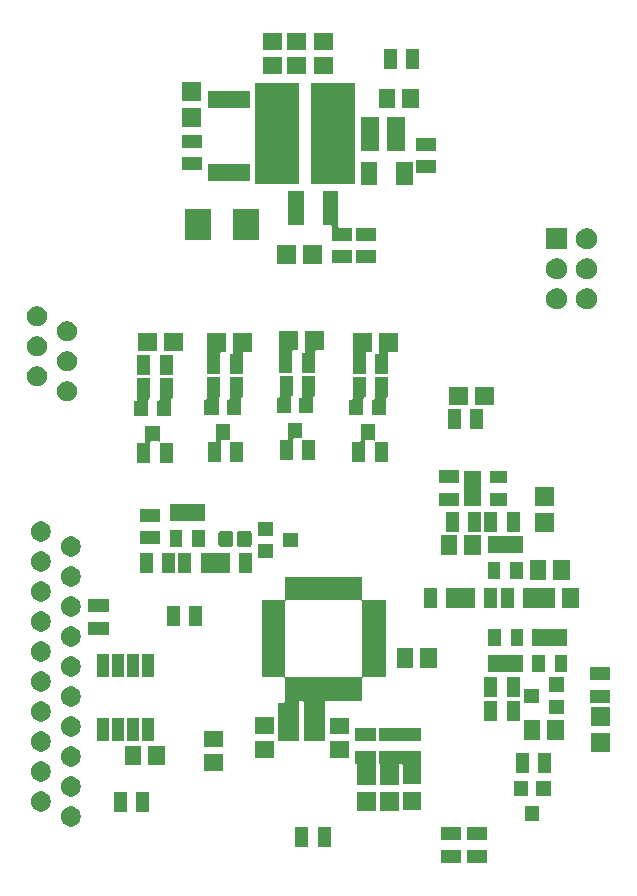
<source format=gts>
G04 #@! TF.GenerationSoftware,KiCad,Pcbnew,5.0.2-bee76a0~70~ubuntu18.04.1*
G04 #@! TF.CreationDate,2019-02-13T21:41:43-05:00*
G04 #@! TF.ProjectId,Brakelight_Shutdown_BSPD,4272616b-656c-4696-9768-745f53687574,rev?*
G04 #@! TF.SameCoordinates,Original*
G04 #@! TF.FileFunction,Soldermask,Top*
G04 #@! TF.FilePolarity,Negative*
%FSLAX46Y46*%
G04 Gerber Fmt 4.6, Leading zero omitted, Abs format (unit mm)*
G04 Created by KiCad (PCBNEW 5.0.2-bee76a0~70~ubuntu18.04.1) date Wed 13 Feb 2019 09:41:43 PM EST*
%MOMM*%
%LPD*%
G01*
G04 APERTURE LIST*
%ADD10C,2.000000*%
G04 APERTURE END LIST*
D10*
G36*
X201052800Y-101550600D02*
X199352800Y-101550600D01*
X199352800Y-100450600D01*
X201052800Y-100450600D01*
X201052800Y-101550600D01*
X201052800Y-101550600D01*
G37*
G36*
X203237200Y-101535400D02*
X201537200Y-101535400D01*
X201537200Y-100435400D01*
X203237200Y-100435400D01*
X203237200Y-101535400D01*
X203237200Y-101535400D01*
G37*
G36*
X188103600Y-100214800D02*
X187003600Y-100214800D01*
X187003600Y-98514800D01*
X188103600Y-98514800D01*
X188103600Y-100214800D01*
X188103600Y-100214800D01*
G37*
G36*
X190003600Y-100214800D02*
X188903600Y-100214800D01*
X188903600Y-98514800D01*
X190003600Y-98514800D01*
X190003600Y-100214800D01*
X190003600Y-100214800D01*
G37*
G36*
X201052800Y-99650600D02*
X199352800Y-99650600D01*
X199352800Y-98550600D01*
X201052800Y-98550600D01*
X201052800Y-99650600D01*
X201052800Y-99650600D01*
G37*
G36*
X203237200Y-99635400D02*
X201537200Y-99635400D01*
X201537200Y-98535400D01*
X203237200Y-98535400D01*
X203237200Y-99635400D01*
X203237200Y-99635400D01*
G37*
G36*
X168256234Y-96807564D02*
X168410927Y-96871640D01*
X168550147Y-96964664D01*
X168668536Y-97083053D01*
X168761560Y-97222273D01*
X168825636Y-97376966D01*
X168858300Y-97541181D01*
X168858300Y-97708619D01*
X168825636Y-97872834D01*
X168761560Y-98027527D01*
X168668536Y-98166747D01*
X168550147Y-98285136D01*
X168410927Y-98378160D01*
X168256234Y-98442236D01*
X168092019Y-98474900D01*
X167924581Y-98474900D01*
X167760366Y-98442236D01*
X167605673Y-98378160D01*
X167466453Y-98285136D01*
X167348064Y-98166747D01*
X167255040Y-98027527D01*
X167190964Y-97872834D01*
X167158300Y-97708619D01*
X167158300Y-97541181D01*
X167190964Y-97376966D01*
X167255040Y-97222273D01*
X167348064Y-97083053D01*
X167466453Y-96964664D01*
X167605673Y-96871640D01*
X167760366Y-96807564D01*
X167924581Y-96774900D01*
X168092019Y-96774900D01*
X168256234Y-96807564D01*
X168256234Y-96807564D01*
G37*
G36*
X207676000Y-98000000D02*
X206476000Y-98000000D01*
X206476000Y-96700000D01*
X207676000Y-96700000D01*
X207676000Y-98000000D01*
X207676000Y-98000000D01*
G37*
G36*
X174641600Y-97243000D02*
X173541600Y-97243000D01*
X173541600Y-95543000D01*
X174641600Y-95543000D01*
X174641600Y-97243000D01*
X174641600Y-97243000D01*
G37*
G36*
X172741600Y-97243000D02*
X171641600Y-97243000D01*
X171641600Y-95543000D01*
X172741600Y-95543000D01*
X172741600Y-97243000D01*
X172741600Y-97243000D01*
G37*
G36*
X165716234Y-95537564D02*
X165870927Y-95601640D01*
X166010147Y-95694664D01*
X166128536Y-95813053D01*
X166221560Y-95952273D01*
X166285636Y-96106966D01*
X166318300Y-96271181D01*
X166318300Y-96438619D01*
X166285636Y-96602834D01*
X166221560Y-96757527D01*
X166128536Y-96896747D01*
X166010147Y-97015136D01*
X165870927Y-97108160D01*
X165716234Y-97172236D01*
X165552019Y-97204900D01*
X165384581Y-97204900D01*
X165220366Y-97172236D01*
X165065673Y-97108160D01*
X164926453Y-97015136D01*
X164808064Y-96896747D01*
X164715040Y-96757527D01*
X164650964Y-96602834D01*
X164618300Y-96438619D01*
X164618300Y-96271181D01*
X164650964Y-96106966D01*
X164715040Y-95952273D01*
X164808064Y-95813053D01*
X164926453Y-95694664D01*
X165065673Y-95601640D01*
X165220366Y-95537564D01*
X165384581Y-95504900D01*
X165552019Y-95504900D01*
X165716234Y-95537564D01*
X165716234Y-95537564D01*
G37*
G36*
X193827300Y-97132400D02*
X192227300Y-97132400D01*
X192227300Y-95532400D01*
X193827300Y-95532400D01*
X193827300Y-97132400D01*
X193827300Y-97132400D01*
G37*
G36*
X195795800Y-97132400D02*
X194195800Y-97132400D01*
X194195800Y-95532400D01*
X195795800Y-95532400D01*
X195795800Y-97132400D01*
X195795800Y-97132400D01*
G37*
G36*
X197700800Y-97111900D02*
X196100800Y-97111900D01*
X196100800Y-95511900D01*
X197700800Y-95511900D01*
X197700800Y-97111900D01*
X197700800Y-97111900D01*
G37*
G36*
X168256234Y-94267564D02*
X168410927Y-94331640D01*
X168550147Y-94424664D01*
X168668536Y-94543053D01*
X168761560Y-94682273D01*
X168825636Y-94836966D01*
X168858300Y-95001181D01*
X168858300Y-95168619D01*
X168825636Y-95332834D01*
X168761560Y-95487527D01*
X168668536Y-95626747D01*
X168550147Y-95745136D01*
X168410927Y-95838160D01*
X168256234Y-95902236D01*
X168092019Y-95934900D01*
X167924581Y-95934900D01*
X167760366Y-95902236D01*
X167605673Y-95838160D01*
X167466453Y-95745136D01*
X167348064Y-95626747D01*
X167255040Y-95487527D01*
X167190964Y-95332834D01*
X167158300Y-95168619D01*
X167158300Y-95001181D01*
X167190964Y-94836966D01*
X167255040Y-94682273D01*
X167348064Y-94543053D01*
X167466453Y-94424664D01*
X167605673Y-94331640D01*
X167760366Y-94267564D01*
X167924581Y-94234900D01*
X168092019Y-94234900D01*
X168256234Y-94267564D01*
X168256234Y-94267564D01*
G37*
G36*
X206726000Y-95900000D02*
X205526000Y-95900000D01*
X205526000Y-94600000D01*
X206726000Y-94600000D01*
X206726000Y-95900000D01*
X206726000Y-95900000D01*
G37*
G36*
X208626000Y-95900000D02*
X207426000Y-95900000D01*
X207426000Y-94600000D01*
X208626000Y-94600000D01*
X208626000Y-95900000D01*
X208626000Y-95900000D01*
G37*
G36*
X197687300Y-93186900D02*
X197689702Y-93211286D01*
X197696815Y-93234735D01*
X197700800Y-93242191D01*
X197700800Y-94911900D01*
X196100800Y-94911900D01*
X196100800Y-93280900D01*
X196098398Y-93256514D01*
X196091285Y-93233065D01*
X196079734Y-93211454D01*
X196064188Y-93192512D01*
X196045246Y-93176966D01*
X196023635Y-93165415D01*
X196000186Y-93158302D01*
X195975800Y-93155900D01*
X195920800Y-93155900D01*
X195896414Y-93158302D01*
X195872965Y-93165415D01*
X195851354Y-93176966D01*
X195832412Y-93192512D01*
X195816866Y-93211454D01*
X195805315Y-93233065D01*
X195798202Y-93256514D01*
X195795800Y-93280900D01*
X195795800Y-94932400D01*
X194195800Y-94932400D01*
X194195800Y-93283400D01*
X194193398Y-93259014D01*
X194186285Y-93235565D01*
X194174734Y-93213954D01*
X194159188Y-93195012D01*
X194140246Y-93179466D01*
X194118635Y-93167915D01*
X194095186Y-93160802D01*
X194082300Y-93159533D01*
X194082300Y-92058400D01*
X195862300Y-92058400D01*
X195886686Y-92055998D01*
X195887009Y-92055900D01*
X197687300Y-92055900D01*
X197687300Y-93186900D01*
X197687300Y-93186900D01*
G37*
G36*
X193813800Y-93207400D02*
X193816202Y-93231786D01*
X193823315Y-93255235D01*
X193827300Y-93262691D01*
X193827300Y-94932400D01*
X192227300Y-94932400D01*
X192227300Y-93283400D01*
X192224898Y-93259014D01*
X192217785Y-93235565D01*
X192206234Y-93213954D01*
X192190688Y-93195012D01*
X192171746Y-93179466D01*
X192150135Y-93167915D01*
X192126686Y-93160802D01*
X192113800Y-93159533D01*
X192113800Y-92058400D01*
X193813800Y-92058400D01*
X193813800Y-93207400D01*
X193813800Y-93207400D01*
G37*
G36*
X165716234Y-92997564D02*
X165870927Y-93061640D01*
X166010147Y-93154664D01*
X166128536Y-93273053D01*
X166221560Y-93412273D01*
X166285636Y-93566966D01*
X166318300Y-93731181D01*
X166318300Y-93898619D01*
X166285636Y-94062834D01*
X166221560Y-94217527D01*
X166128536Y-94356747D01*
X166010147Y-94475136D01*
X165870927Y-94568160D01*
X165716234Y-94632236D01*
X165552019Y-94664900D01*
X165384581Y-94664900D01*
X165220366Y-94632236D01*
X165065673Y-94568160D01*
X164926453Y-94475136D01*
X164808064Y-94356747D01*
X164715040Y-94217527D01*
X164650964Y-94062834D01*
X164618300Y-93898619D01*
X164618300Y-93731181D01*
X164650964Y-93566966D01*
X164715040Y-93412273D01*
X164808064Y-93273053D01*
X164926453Y-93154664D01*
X165065673Y-93061640D01*
X165220366Y-92997564D01*
X165384581Y-92964900D01*
X165552019Y-92964900D01*
X165716234Y-92997564D01*
X165716234Y-92997564D01*
G37*
G36*
X206798000Y-93915600D02*
X205698000Y-93915600D01*
X205698000Y-92215600D01*
X206798000Y-92215600D01*
X206798000Y-93915600D01*
X206798000Y-93915600D01*
G37*
G36*
X208698000Y-93915600D02*
X207598000Y-93915600D01*
X207598000Y-92215600D01*
X208698000Y-92215600D01*
X208698000Y-93915600D01*
X208698000Y-93915600D01*
G37*
G36*
X180911000Y-93765600D02*
X179261000Y-93765600D01*
X179261000Y-92365600D01*
X180911000Y-92365600D01*
X180911000Y-93765600D01*
X180911000Y-93765600D01*
G37*
G36*
X168256234Y-91727564D02*
X168410927Y-91791640D01*
X168550147Y-91884664D01*
X168668536Y-92003053D01*
X168761560Y-92142273D01*
X168825636Y-92296966D01*
X168858300Y-92461181D01*
X168858300Y-92628619D01*
X168825636Y-92792834D01*
X168761560Y-92947527D01*
X168668536Y-93086747D01*
X168550147Y-93205136D01*
X168410927Y-93298160D01*
X168256234Y-93362236D01*
X168092019Y-93394900D01*
X167924581Y-93394900D01*
X167760366Y-93362236D01*
X167605673Y-93298160D01*
X167466453Y-93205136D01*
X167348064Y-93086747D01*
X167255040Y-92947527D01*
X167190964Y-92792834D01*
X167158300Y-92628619D01*
X167158300Y-92461181D01*
X167190964Y-92296966D01*
X167255040Y-92142273D01*
X167348064Y-92003053D01*
X167466453Y-91884664D01*
X167605673Y-91791640D01*
X167760366Y-91727564D01*
X167924581Y-91694900D01*
X168092019Y-91694900D01*
X168256234Y-91727564D01*
X168256234Y-91727564D01*
G37*
G36*
X173978800Y-93281000D02*
X172578800Y-93281000D01*
X172578800Y-91631000D01*
X173978800Y-91631000D01*
X173978800Y-93281000D01*
X173978800Y-93281000D01*
G37*
G36*
X175978800Y-93281000D02*
X174578800Y-93281000D01*
X174578800Y-91631000D01*
X175978800Y-91631000D01*
X175978800Y-93281000D01*
X175978800Y-93281000D01*
G37*
G36*
X191566300Y-92673400D02*
X189916300Y-92673400D01*
X189916300Y-91273400D01*
X191566300Y-91273400D01*
X191566300Y-92673400D01*
X191566300Y-92673400D01*
G37*
G36*
X185216300Y-92641400D02*
X183566300Y-92641400D01*
X183566300Y-91241400D01*
X185216300Y-91241400D01*
X185216300Y-92641400D01*
X185216300Y-92641400D01*
G37*
G36*
X213626600Y-92146200D02*
X212026600Y-92146200D01*
X212026600Y-90546200D01*
X213626600Y-90546200D01*
X213626600Y-92146200D01*
X213626600Y-92146200D01*
G37*
G36*
X165716234Y-90457564D02*
X165870927Y-90521640D01*
X166010147Y-90614664D01*
X166128536Y-90733053D01*
X166221560Y-90872273D01*
X166285636Y-91026966D01*
X166318300Y-91191181D01*
X166318300Y-91358619D01*
X166285636Y-91522834D01*
X166221560Y-91677527D01*
X166128536Y-91816747D01*
X166010147Y-91935136D01*
X165870927Y-92028160D01*
X165716234Y-92092236D01*
X165552019Y-92124900D01*
X165384581Y-92124900D01*
X165220366Y-92092236D01*
X165065673Y-92028160D01*
X164926453Y-91935136D01*
X164808064Y-91816747D01*
X164715040Y-91677527D01*
X164650964Y-91522834D01*
X164618300Y-91358619D01*
X164618300Y-91191181D01*
X164650964Y-91026966D01*
X164715040Y-90872273D01*
X164808064Y-90733053D01*
X164926453Y-90614664D01*
X165065673Y-90521640D01*
X165220366Y-90457564D01*
X165384581Y-90424900D01*
X165552019Y-90424900D01*
X165716234Y-90457564D01*
X165716234Y-90457564D01*
G37*
G36*
X180911000Y-91765600D02*
X179261000Y-91765600D01*
X179261000Y-90365600D01*
X180911000Y-90365600D01*
X180911000Y-91765600D01*
X180911000Y-91765600D01*
G37*
G36*
X193813800Y-91258400D02*
X192113800Y-91258400D01*
X192113800Y-90158400D01*
X193813800Y-90158400D01*
X193813800Y-91258400D01*
X193813800Y-91258400D01*
G37*
G36*
X197687300Y-91255900D02*
X195907300Y-91255900D01*
X195882914Y-91258302D01*
X195882591Y-91258400D01*
X194082300Y-91258400D01*
X194082300Y-90158400D01*
X195862300Y-90158400D01*
X195886686Y-90155998D01*
X195887009Y-90155900D01*
X197687300Y-90155900D01*
X197687300Y-91255900D01*
X197687300Y-91255900D01*
G37*
G36*
X173778800Y-91203400D02*
X172778800Y-91203400D01*
X172778800Y-89253400D01*
X173778800Y-89253400D01*
X173778800Y-91203400D01*
X173778800Y-91203400D01*
G37*
G36*
X171238800Y-91203400D02*
X170238800Y-91203400D01*
X170238800Y-89253400D01*
X171238800Y-89253400D01*
X171238800Y-91203400D01*
X171238800Y-91203400D01*
G37*
G36*
X172508800Y-91203400D02*
X171508800Y-91203400D01*
X171508800Y-89253400D01*
X172508800Y-89253400D01*
X172508800Y-91203400D01*
X172508800Y-91203400D01*
G37*
G36*
X175048800Y-91203400D02*
X174048800Y-91203400D01*
X174048800Y-89253400D01*
X175048800Y-89253400D01*
X175048800Y-91203400D01*
X175048800Y-91203400D01*
G37*
G36*
X192682800Y-79175400D02*
X192685202Y-79199786D01*
X192692315Y-79223235D01*
X192703866Y-79244846D01*
X192719412Y-79263788D01*
X192738354Y-79279334D01*
X192759965Y-79290885D01*
X192783414Y-79297998D01*
X192807800Y-79300400D01*
X194657800Y-79300400D01*
X194657800Y-85850400D01*
X192807800Y-85850400D01*
X192783414Y-85852802D01*
X192759965Y-85859915D01*
X192738354Y-85871466D01*
X192719412Y-85887012D01*
X192703866Y-85905954D01*
X192692315Y-85927565D01*
X192685202Y-85951014D01*
X192682800Y-85975400D01*
X192682800Y-87825400D01*
X189648300Y-87825400D01*
X189623914Y-87827802D01*
X189600465Y-87834915D01*
X189578854Y-87846466D01*
X189559912Y-87862012D01*
X189544366Y-87880954D01*
X189532815Y-87902565D01*
X189525702Y-87926014D01*
X189523300Y-87950400D01*
X189523300Y-91198400D01*
X187723300Y-91198400D01*
X187723300Y-87950400D01*
X187720898Y-87926014D01*
X187713785Y-87902565D01*
X187702234Y-87880954D01*
X187686688Y-87862012D01*
X187667746Y-87846466D01*
X187646135Y-87834915D01*
X187622686Y-87827802D01*
X187598300Y-87825400D01*
X187448300Y-87825400D01*
X187423914Y-87827802D01*
X187400465Y-87834915D01*
X187378854Y-87846466D01*
X187359912Y-87862012D01*
X187344366Y-87880954D01*
X187332815Y-87902565D01*
X187325702Y-87926014D01*
X187323300Y-87950400D01*
X187323300Y-91198400D01*
X185523300Y-91198400D01*
X185523300Y-87998400D01*
X186007800Y-87998400D01*
X186032186Y-87995998D01*
X186055635Y-87988885D01*
X186077246Y-87977334D01*
X186096188Y-87961788D01*
X186111734Y-87942846D01*
X186123285Y-87921235D01*
X186130398Y-87897786D01*
X186132800Y-87873400D01*
X186132800Y-85975400D01*
X186130398Y-85951014D01*
X186123285Y-85927565D01*
X186111734Y-85905954D01*
X186096188Y-85887012D01*
X186077246Y-85871466D01*
X186055635Y-85859915D01*
X186032186Y-85852802D01*
X186007800Y-85850400D01*
X184157800Y-85850400D01*
X184157800Y-79450400D01*
X186157800Y-79450400D01*
X186157800Y-85700400D01*
X186160202Y-85724786D01*
X186167315Y-85748235D01*
X186178866Y-85769846D01*
X186194412Y-85788788D01*
X186213354Y-85804334D01*
X186234965Y-85815885D01*
X186258414Y-85822998D01*
X186282800Y-85825400D01*
X192532800Y-85825400D01*
X192557186Y-85822998D01*
X192580635Y-85815885D01*
X192602246Y-85804334D01*
X192621188Y-85788788D01*
X192636734Y-85769846D01*
X192648285Y-85748235D01*
X192655398Y-85724786D01*
X192657800Y-85700400D01*
X192657800Y-79450400D01*
X192655398Y-79426014D01*
X192648285Y-79402565D01*
X192636734Y-79380954D01*
X192621188Y-79362012D01*
X192602246Y-79346466D01*
X192580635Y-79334915D01*
X192557186Y-79327802D01*
X192532800Y-79325400D01*
X186282800Y-79325400D01*
X186258414Y-79327802D01*
X186234965Y-79334915D01*
X186213354Y-79346466D01*
X186194412Y-79362012D01*
X186178866Y-79380954D01*
X186167315Y-79402565D01*
X186160202Y-79426014D01*
X186157800Y-79450400D01*
X184157800Y-79450400D01*
X184157800Y-79300400D01*
X186007800Y-79300400D01*
X186032186Y-79297998D01*
X186055635Y-79290885D01*
X186077246Y-79279334D01*
X186096188Y-79263788D01*
X186111734Y-79244846D01*
X186123285Y-79223235D01*
X186130398Y-79199786D01*
X186132800Y-79175400D01*
X186132800Y-77325400D01*
X192682800Y-77325400D01*
X192682800Y-79175400D01*
X192682800Y-79175400D01*
G37*
G36*
X209760800Y-91147400D02*
X208360800Y-91147400D01*
X208360800Y-89497400D01*
X209760800Y-89497400D01*
X209760800Y-91147400D01*
X209760800Y-91147400D01*
G37*
G36*
X207760800Y-91147400D02*
X206360800Y-91147400D01*
X206360800Y-89497400D01*
X207760800Y-89497400D01*
X207760800Y-91147400D01*
X207760800Y-91147400D01*
G37*
G36*
X168256234Y-89187564D02*
X168410927Y-89251640D01*
X168550147Y-89344664D01*
X168668536Y-89463053D01*
X168761560Y-89602273D01*
X168825636Y-89756966D01*
X168858300Y-89921181D01*
X168858300Y-90088619D01*
X168825636Y-90252834D01*
X168761560Y-90407527D01*
X168668536Y-90546747D01*
X168550147Y-90665136D01*
X168410927Y-90758160D01*
X168256234Y-90822236D01*
X168092019Y-90854900D01*
X167924581Y-90854900D01*
X167760366Y-90822236D01*
X167605673Y-90758160D01*
X167466453Y-90665136D01*
X167348064Y-90546747D01*
X167255040Y-90407527D01*
X167190964Y-90252834D01*
X167158300Y-90088619D01*
X167158300Y-89921181D01*
X167190964Y-89756966D01*
X167255040Y-89602273D01*
X167348064Y-89463053D01*
X167466453Y-89344664D01*
X167605673Y-89251640D01*
X167760366Y-89187564D01*
X167924581Y-89154900D01*
X168092019Y-89154900D01*
X168256234Y-89187564D01*
X168256234Y-89187564D01*
G37*
G36*
X191566300Y-90673400D02*
X189916300Y-90673400D01*
X189916300Y-89273400D01*
X191566300Y-89273400D01*
X191566300Y-90673400D01*
X191566300Y-90673400D01*
G37*
G36*
X185216300Y-90641400D02*
X183566300Y-90641400D01*
X183566300Y-89241400D01*
X185216300Y-89241400D01*
X185216300Y-90641400D01*
X185216300Y-90641400D01*
G37*
G36*
X213626600Y-89946200D02*
X212026600Y-89946200D01*
X212026600Y-88346200D01*
X213626600Y-88346200D01*
X213626600Y-89946200D01*
X213626600Y-89946200D01*
G37*
G36*
X165716234Y-87917564D02*
X165870927Y-87981640D01*
X166010147Y-88074664D01*
X166128536Y-88193053D01*
X166221560Y-88332273D01*
X166285636Y-88486966D01*
X166318300Y-88651181D01*
X166318300Y-88818619D01*
X166285636Y-88982834D01*
X166221560Y-89137527D01*
X166128536Y-89276747D01*
X166010147Y-89395136D01*
X165870927Y-89488160D01*
X165716234Y-89552236D01*
X165552019Y-89584900D01*
X165384581Y-89584900D01*
X165220366Y-89552236D01*
X165065673Y-89488160D01*
X164926453Y-89395136D01*
X164808064Y-89276747D01*
X164715040Y-89137527D01*
X164650964Y-88982834D01*
X164618300Y-88818619D01*
X164618300Y-88651181D01*
X164650964Y-88486966D01*
X164715040Y-88332273D01*
X164808064Y-88193053D01*
X164926453Y-88074664D01*
X165065673Y-87981640D01*
X165220366Y-87917564D01*
X165384581Y-87884900D01*
X165552019Y-87884900D01*
X165716234Y-87917564D01*
X165716234Y-87917564D01*
G37*
G36*
X206010600Y-89521400D02*
X204910600Y-89521400D01*
X204910600Y-87821400D01*
X206010600Y-87821400D01*
X206010600Y-89521400D01*
X206010600Y-89521400D01*
G37*
G36*
X204110600Y-89521400D02*
X203010600Y-89521400D01*
X203010600Y-87821400D01*
X204110600Y-87821400D01*
X204110600Y-89521400D01*
X204110600Y-89521400D01*
G37*
G36*
X209785400Y-88951400D02*
X208485400Y-88951400D01*
X208485400Y-87751400D01*
X209785400Y-87751400D01*
X209785400Y-88951400D01*
X209785400Y-88951400D01*
G37*
G36*
X168256234Y-86647564D02*
X168410927Y-86711640D01*
X168550147Y-86804664D01*
X168668536Y-86923053D01*
X168761560Y-87062273D01*
X168825636Y-87216966D01*
X168858300Y-87381181D01*
X168858300Y-87548619D01*
X168825636Y-87712834D01*
X168761560Y-87867527D01*
X168668536Y-88006747D01*
X168550147Y-88125136D01*
X168410927Y-88218160D01*
X168256234Y-88282236D01*
X168092019Y-88314900D01*
X167924581Y-88314900D01*
X167760366Y-88282236D01*
X167605673Y-88218160D01*
X167466453Y-88125136D01*
X167348064Y-88006747D01*
X167255040Y-87867527D01*
X167190964Y-87712834D01*
X167158300Y-87548619D01*
X167158300Y-87381181D01*
X167190964Y-87216966D01*
X167255040Y-87062273D01*
X167348064Y-86923053D01*
X167466453Y-86804664D01*
X167605673Y-86711640D01*
X167760366Y-86647564D01*
X167924581Y-86614900D01*
X168092019Y-86614900D01*
X168256234Y-86647564D01*
X168256234Y-86647564D01*
G37*
G36*
X207685400Y-88001400D02*
X206385400Y-88001400D01*
X206385400Y-86801400D01*
X207685400Y-86801400D01*
X207685400Y-88001400D01*
X207685400Y-88001400D01*
G37*
G36*
X213651200Y-87976800D02*
X211951200Y-87976800D01*
X211951200Y-86876800D01*
X213651200Y-86876800D01*
X213651200Y-87976800D01*
X213651200Y-87976800D01*
G37*
G36*
X204110600Y-87514800D02*
X203010600Y-87514800D01*
X203010600Y-85814800D01*
X204110600Y-85814800D01*
X204110600Y-87514800D01*
X204110600Y-87514800D01*
G37*
G36*
X206010600Y-87514800D02*
X204910600Y-87514800D01*
X204910600Y-85814800D01*
X206010600Y-85814800D01*
X206010600Y-87514800D01*
X206010600Y-87514800D01*
G37*
G36*
X209785400Y-87051400D02*
X208485400Y-87051400D01*
X208485400Y-85851400D01*
X209785400Y-85851400D01*
X209785400Y-87051400D01*
X209785400Y-87051400D01*
G37*
G36*
X165716234Y-85377564D02*
X165870927Y-85441640D01*
X166010147Y-85534664D01*
X166128536Y-85653053D01*
X166221560Y-85792273D01*
X166285636Y-85946966D01*
X166318300Y-86111181D01*
X166318300Y-86278619D01*
X166285636Y-86442834D01*
X166221560Y-86597527D01*
X166128536Y-86736747D01*
X166010147Y-86855136D01*
X165870927Y-86948160D01*
X165716234Y-87012236D01*
X165552019Y-87044900D01*
X165384581Y-87044900D01*
X165220366Y-87012236D01*
X165065673Y-86948160D01*
X164926453Y-86855136D01*
X164808064Y-86736747D01*
X164715040Y-86597527D01*
X164650964Y-86442834D01*
X164618300Y-86278619D01*
X164618300Y-86111181D01*
X164650964Y-85946966D01*
X164715040Y-85792273D01*
X164808064Y-85653053D01*
X164926453Y-85534664D01*
X165065673Y-85441640D01*
X165220366Y-85377564D01*
X165384581Y-85344900D01*
X165552019Y-85344900D01*
X165716234Y-85377564D01*
X165716234Y-85377564D01*
G37*
G36*
X213651200Y-86076800D02*
X211951200Y-86076800D01*
X211951200Y-84976800D01*
X213651200Y-84976800D01*
X213651200Y-86076800D01*
X213651200Y-86076800D01*
G37*
G36*
X175048800Y-85803400D02*
X174048800Y-85803400D01*
X174048800Y-83853400D01*
X175048800Y-83853400D01*
X175048800Y-85803400D01*
X175048800Y-85803400D01*
G37*
G36*
X173778800Y-85803400D02*
X172778800Y-85803400D01*
X172778800Y-83853400D01*
X173778800Y-83853400D01*
X173778800Y-85803400D01*
X173778800Y-85803400D01*
G37*
G36*
X171238800Y-85803400D02*
X170238800Y-85803400D01*
X170238800Y-83853400D01*
X171238800Y-83853400D01*
X171238800Y-85803400D01*
X171238800Y-85803400D01*
G37*
G36*
X172508800Y-85803400D02*
X171508800Y-85803400D01*
X171508800Y-83853400D01*
X172508800Y-83853400D01*
X172508800Y-85803400D01*
X172508800Y-85803400D01*
G37*
G36*
X168256234Y-84107564D02*
X168410927Y-84171640D01*
X168550147Y-84264664D01*
X168668536Y-84383053D01*
X168761560Y-84522273D01*
X168825636Y-84676966D01*
X168858300Y-84841181D01*
X168858300Y-85008619D01*
X168825636Y-85172834D01*
X168761560Y-85327527D01*
X168668536Y-85466747D01*
X168550147Y-85585136D01*
X168410927Y-85678160D01*
X168256234Y-85742236D01*
X168092019Y-85774900D01*
X167924581Y-85774900D01*
X167760366Y-85742236D01*
X167605673Y-85678160D01*
X167466453Y-85585136D01*
X167348064Y-85466747D01*
X167255040Y-85327527D01*
X167190964Y-85172834D01*
X167158300Y-85008619D01*
X167158300Y-84841181D01*
X167190964Y-84676966D01*
X167255040Y-84522273D01*
X167348064Y-84383053D01*
X167466453Y-84264664D01*
X167605673Y-84171640D01*
X167760366Y-84107564D01*
X167924581Y-84074900D01*
X168092019Y-84074900D01*
X168256234Y-84107564D01*
X168256234Y-84107564D01*
G37*
G36*
X206300600Y-85413600D02*
X203350600Y-85413600D01*
X203350600Y-83953600D01*
X206300600Y-83953600D01*
X206300600Y-85413600D01*
X206300600Y-85413600D01*
G37*
G36*
X208149600Y-85413600D02*
X207099600Y-85413600D01*
X207099600Y-83953600D01*
X208149600Y-83953600D01*
X208149600Y-85413600D01*
X208149600Y-85413600D01*
G37*
G36*
X210049600Y-85413600D02*
X208999600Y-85413600D01*
X208999600Y-83953600D01*
X210049600Y-83953600D01*
X210049600Y-85413600D01*
X210049600Y-85413600D01*
G37*
G36*
X199016600Y-85051400D02*
X197616600Y-85051400D01*
X197616600Y-83401400D01*
X199016600Y-83401400D01*
X199016600Y-85051400D01*
X199016600Y-85051400D01*
G37*
G36*
X197016600Y-85051400D02*
X195616600Y-85051400D01*
X195616600Y-83401400D01*
X197016600Y-83401400D01*
X197016600Y-85051400D01*
X197016600Y-85051400D01*
G37*
G36*
X165716234Y-82837564D02*
X165870927Y-82901640D01*
X166010147Y-82994664D01*
X166128536Y-83113053D01*
X166221560Y-83252273D01*
X166285636Y-83406966D01*
X166318300Y-83571181D01*
X166318300Y-83738619D01*
X166285636Y-83902834D01*
X166221560Y-84057527D01*
X166128536Y-84196747D01*
X166010147Y-84315136D01*
X165870927Y-84408160D01*
X165716234Y-84472236D01*
X165552019Y-84504900D01*
X165384581Y-84504900D01*
X165220366Y-84472236D01*
X165065673Y-84408160D01*
X164926453Y-84315136D01*
X164808064Y-84196747D01*
X164715040Y-84057527D01*
X164650964Y-83902834D01*
X164618300Y-83738619D01*
X164618300Y-83571181D01*
X164650964Y-83406966D01*
X164715040Y-83252273D01*
X164808064Y-83113053D01*
X164926453Y-82994664D01*
X165065673Y-82901640D01*
X165220366Y-82837564D01*
X165384581Y-82804900D01*
X165552019Y-82804900D01*
X165716234Y-82837564D01*
X165716234Y-82837564D01*
G37*
G36*
X168256234Y-81567564D02*
X168410927Y-81631640D01*
X168550147Y-81724664D01*
X168668536Y-81843053D01*
X168761560Y-81982273D01*
X168825636Y-82136966D01*
X168858300Y-82301181D01*
X168858300Y-82468619D01*
X168825636Y-82632834D01*
X168761560Y-82787527D01*
X168668536Y-82926747D01*
X168550147Y-83045136D01*
X168410927Y-83138160D01*
X168256234Y-83202236D01*
X168092019Y-83234900D01*
X167924581Y-83234900D01*
X167760366Y-83202236D01*
X167605673Y-83138160D01*
X167466453Y-83045136D01*
X167348064Y-82926747D01*
X167255040Y-82787527D01*
X167190964Y-82632834D01*
X167158300Y-82468619D01*
X167158300Y-82301181D01*
X167190964Y-82136966D01*
X167255040Y-81982273D01*
X167348064Y-81843053D01*
X167466453Y-81724664D01*
X167605673Y-81631640D01*
X167760366Y-81567564D01*
X167924581Y-81534900D01*
X168092019Y-81534900D01*
X168256234Y-81567564D01*
X168256234Y-81567564D01*
G37*
G36*
X206300600Y-83213600D02*
X205250600Y-83213600D01*
X205250600Y-81753600D01*
X206300600Y-81753600D01*
X206300600Y-83213600D01*
X206300600Y-83213600D01*
G37*
G36*
X210049600Y-83213600D02*
X207099600Y-83213600D01*
X207099600Y-81753600D01*
X210049600Y-81753600D01*
X210049600Y-83213600D01*
X210049600Y-83213600D01*
G37*
G36*
X204400600Y-83213600D02*
X203350600Y-83213600D01*
X203350600Y-81753600D01*
X204400600Y-81753600D01*
X204400600Y-83213600D01*
X204400600Y-83213600D01*
G37*
G36*
X171207800Y-82233900D02*
X169507800Y-82233900D01*
X169507800Y-81133900D01*
X171207800Y-81133900D01*
X171207800Y-82233900D01*
X171207800Y-82233900D01*
G37*
G36*
X165716234Y-80297564D02*
X165870927Y-80361640D01*
X166010147Y-80454664D01*
X166128536Y-80573053D01*
X166221560Y-80712273D01*
X166285636Y-80866966D01*
X166318300Y-81031181D01*
X166318300Y-81198619D01*
X166285636Y-81362834D01*
X166221560Y-81517527D01*
X166128536Y-81656747D01*
X166010147Y-81775136D01*
X165870927Y-81868160D01*
X165716234Y-81932236D01*
X165552019Y-81964900D01*
X165384581Y-81964900D01*
X165220366Y-81932236D01*
X165065673Y-81868160D01*
X164926453Y-81775136D01*
X164808064Y-81656747D01*
X164715040Y-81517527D01*
X164650964Y-81362834D01*
X164618300Y-81198619D01*
X164618300Y-81031181D01*
X164650964Y-80866966D01*
X164715040Y-80712273D01*
X164808064Y-80573053D01*
X164926453Y-80454664D01*
X165065673Y-80361640D01*
X165220366Y-80297564D01*
X165384581Y-80264900D01*
X165552019Y-80264900D01*
X165716234Y-80297564D01*
X165716234Y-80297564D01*
G37*
G36*
X179122200Y-81469600D02*
X178022200Y-81469600D01*
X178022200Y-79769600D01*
X179122200Y-79769600D01*
X179122200Y-81469600D01*
X179122200Y-81469600D01*
G37*
G36*
X177222200Y-81469600D02*
X176122200Y-81469600D01*
X176122200Y-79769600D01*
X177222200Y-79769600D01*
X177222200Y-81469600D01*
X177222200Y-81469600D01*
G37*
G36*
X168256234Y-79027564D02*
X168410927Y-79091640D01*
X168550147Y-79184664D01*
X168668536Y-79303053D01*
X168761560Y-79442273D01*
X168825636Y-79596966D01*
X168858300Y-79761181D01*
X168858300Y-79928619D01*
X168825636Y-80092834D01*
X168761560Y-80247527D01*
X168668536Y-80386747D01*
X168550147Y-80505136D01*
X168410927Y-80598160D01*
X168256234Y-80662236D01*
X168092019Y-80694900D01*
X167924581Y-80694900D01*
X167760366Y-80662236D01*
X167605673Y-80598160D01*
X167466453Y-80505136D01*
X167348064Y-80386747D01*
X167255040Y-80247527D01*
X167190964Y-80092834D01*
X167158300Y-79928619D01*
X167158300Y-79761181D01*
X167190964Y-79596966D01*
X167255040Y-79442273D01*
X167348064Y-79303053D01*
X167466453Y-79184664D01*
X167605673Y-79091640D01*
X167760366Y-79027564D01*
X167924581Y-78994900D01*
X168092019Y-78994900D01*
X168256234Y-79027564D01*
X168256234Y-79027564D01*
G37*
G36*
X171207800Y-80333900D02*
X169507800Y-80333900D01*
X169507800Y-79233900D01*
X171207800Y-79233900D01*
X171207800Y-80333900D01*
X171207800Y-80333900D01*
G37*
G36*
X205517800Y-79971000D02*
X204417800Y-79971000D01*
X204417800Y-78271000D01*
X205517800Y-78271000D01*
X205517800Y-79971000D01*
X205517800Y-79971000D01*
G37*
G36*
X207473354Y-78274934D02*
X207494965Y-78286485D01*
X207518414Y-78293598D01*
X207542800Y-78296000D01*
X209021400Y-78296000D01*
X209021400Y-79946000D01*
X207542800Y-79946000D01*
X207518414Y-79948402D01*
X207494965Y-79955515D01*
X207473354Y-79967066D01*
X207468561Y-79971000D01*
X206317800Y-79971000D01*
X206317800Y-78271000D01*
X207468561Y-78271000D01*
X207473354Y-78274934D01*
X207473354Y-78274934D01*
G37*
G36*
X211021400Y-79946000D02*
X209621400Y-79946000D01*
X209621400Y-78296000D01*
X211021400Y-78296000D01*
X211021400Y-79946000D01*
X211021400Y-79946000D01*
G37*
G36*
X199005200Y-79945600D02*
X197905200Y-79945600D01*
X197905200Y-78245600D01*
X199005200Y-78245600D01*
X199005200Y-79945600D01*
X199005200Y-79945600D01*
G37*
G36*
X202215800Y-79945600D02*
X199805200Y-79945600D01*
X199805200Y-78245600D01*
X202215800Y-78245600D01*
X202215800Y-79945600D01*
X202215800Y-79945600D01*
G37*
G36*
X204115800Y-79945600D02*
X203015800Y-79945600D01*
X203015800Y-78245600D01*
X204115800Y-78245600D01*
X204115800Y-79945600D01*
X204115800Y-79945600D01*
G37*
G36*
X165716234Y-77757564D02*
X165870927Y-77821640D01*
X166010147Y-77914664D01*
X166128536Y-78033053D01*
X166221560Y-78172273D01*
X166285636Y-78326966D01*
X166318300Y-78491181D01*
X166318300Y-78658619D01*
X166285636Y-78822834D01*
X166221560Y-78977527D01*
X166128536Y-79116747D01*
X166010147Y-79235136D01*
X165870927Y-79328160D01*
X165716234Y-79392236D01*
X165552019Y-79424900D01*
X165384581Y-79424900D01*
X165220366Y-79392236D01*
X165065673Y-79328160D01*
X164926453Y-79235136D01*
X164808064Y-79116747D01*
X164715040Y-78977527D01*
X164650964Y-78822834D01*
X164618300Y-78658619D01*
X164618300Y-78491181D01*
X164650964Y-78326966D01*
X164715040Y-78172273D01*
X164808064Y-78033053D01*
X164926453Y-77914664D01*
X165065673Y-77821640D01*
X165220366Y-77757564D01*
X165384581Y-77724900D01*
X165552019Y-77724900D01*
X165716234Y-77757564D01*
X165716234Y-77757564D01*
G37*
G36*
X168256234Y-76487564D02*
X168410927Y-76551640D01*
X168550147Y-76644664D01*
X168668536Y-76763053D01*
X168761560Y-76902273D01*
X168825636Y-77056966D01*
X168858300Y-77221181D01*
X168858300Y-77388619D01*
X168825636Y-77552834D01*
X168761560Y-77707527D01*
X168668536Y-77846747D01*
X168550147Y-77965136D01*
X168410927Y-78058160D01*
X168256234Y-78122236D01*
X168092019Y-78154900D01*
X167924581Y-78154900D01*
X167760366Y-78122236D01*
X167605673Y-78058160D01*
X167466453Y-77965136D01*
X167348064Y-77846747D01*
X167255040Y-77707527D01*
X167190964Y-77552834D01*
X167158300Y-77388619D01*
X167158300Y-77221181D01*
X167190964Y-77056966D01*
X167255040Y-76902273D01*
X167348064Y-76763053D01*
X167466453Y-76644664D01*
X167605673Y-76551640D01*
X167760366Y-76487564D01*
X167924581Y-76454900D01*
X168092019Y-76454900D01*
X168256234Y-76487564D01*
X168256234Y-76487564D01*
G37*
G36*
X208268800Y-77583800D02*
X206868800Y-77583800D01*
X206868800Y-75933800D01*
X208268800Y-75933800D01*
X208268800Y-77583800D01*
X208268800Y-77583800D01*
G37*
G36*
X210268800Y-77583800D02*
X208868800Y-77583800D01*
X208868800Y-75933800D01*
X210268800Y-75933800D01*
X210268800Y-77583800D01*
X210268800Y-77583800D01*
G37*
G36*
X206275200Y-77547400D02*
X205225200Y-77547400D01*
X205225200Y-76087400D01*
X206275200Y-76087400D01*
X206275200Y-77547400D01*
X206275200Y-77547400D01*
G37*
G36*
X204375200Y-77547400D02*
X203325200Y-77547400D01*
X203325200Y-76087400D01*
X204375200Y-76087400D01*
X204375200Y-77547400D01*
X204375200Y-77547400D01*
G37*
G36*
X178223000Y-77050000D02*
X177123000Y-77050000D01*
X177123000Y-75350000D01*
X178223000Y-75350000D01*
X178223000Y-77050000D01*
X178223000Y-77050000D01*
G37*
G36*
X183353800Y-77050000D02*
X182253800Y-77050000D01*
X182253800Y-75350000D01*
X183353800Y-75350000D01*
X183353800Y-77050000D01*
X183353800Y-77050000D01*
G37*
G36*
X181453800Y-77050000D02*
X179023000Y-77050000D01*
X179023000Y-75350000D01*
X181453800Y-75350000D01*
X181453800Y-77050000D01*
X181453800Y-77050000D01*
G37*
G36*
X176851400Y-77050000D02*
X175751400Y-77050000D01*
X175751400Y-75350000D01*
X176851400Y-75350000D01*
X176851400Y-77050000D01*
X176851400Y-77050000D01*
G37*
G36*
X174951400Y-77050000D02*
X173851400Y-77050000D01*
X173851400Y-75350000D01*
X174951400Y-75350000D01*
X174951400Y-77050000D01*
X174951400Y-77050000D01*
G37*
G36*
X165716234Y-75217564D02*
X165870927Y-75281640D01*
X166010147Y-75374664D01*
X166128536Y-75493053D01*
X166221560Y-75632273D01*
X166285636Y-75786966D01*
X166318300Y-75951181D01*
X166318300Y-76118619D01*
X166285636Y-76282834D01*
X166221560Y-76437527D01*
X166128536Y-76576747D01*
X166010147Y-76695136D01*
X165870927Y-76788160D01*
X165716234Y-76852236D01*
X165552019Y-76884900D01*
X165384581Y-76884900D01*
X165220366Y-76852236D01*
X165065673Y-76788160D01*
X164926453Y-76695136D01*
X164808064Y-76576747D01*
X164715040Y-76437527D01*
X164650964Y-76282834D01*
X164618300Y-76118619D01*
X164618300Y-75951181D01*
X164650964Y-75786966D01*
X164715040Y-75632273D01*
X164808064Y-75493053D01*
X164926453Y-75374664D01*
X165065673Y-75281640D01*
X165220366Y-75217564D01*
X165384581Y-75184900D01*
X165552019Y-75184900D01*
X165716234Y-75217564D01*
X165716234Y-75217564D01*
G37*
G36*
X185163800Y-75768800D02*
X183863800Y-75768800D01*
X183863800Y-74568800D01*
X185163800Y-74568800D01*
X185163800Y-75768800D01*
X185163800Y-75768800D01*
G37*
G36*
X168256234Y-73947564D02*
X168410927Y-74011640D01*
X168550147Y-74104664D01*
X168668536Y-74223053D01*
X168761560Y-74362273D01*
X168825636Y-74516966D01*
X168858300Y-74681181D01*
X168858300Y-74848619D01*
X168825636Y-75012834D01*
X168761560Y-75167527D01*
X168668536Y-75306747D01*
X168550147Y-75425136D01*
X168410927Y-75518160D01*
X168256234Y-75582236D01*
X168092019Y-75614900D01*
X167924581Y-75614900D01*
X167760366Y-75582236D01*
X167605673Y-75518160D01*
X167466453Y-75425136D01*
X167348064Y-75306747D01*
X167255040Y-75167527D01*
X167190964Y-75012834D01*
X167158300Y-74848619D01*
X167158300Y-74681181D01*
X167190964Y-74516966D01*
X167255040Y-74362273D01*
X167348064Y-74223053D01*
X167466453Y-74104664D01*
X167605673Y-74011640D01*
X167760366Y-73947564D01*
X167924581Y-73914900D01*
X168092019Y-73914900D01*
X168256234Y-73947564D01*
X168256234Y-73947564D01*
G37*
G36*
X202741000Y-75475600D02*
X201341000Y-75475600D01*
X201341000Y-73825600D01*
X202741000Y-73825600D01*
X202741000Y-75475600D01*
X202741000Y-75475600D01*
G37*
G36*
X200741000Y-75475600D02*
X199341000Y-75475600D01*
X199341000Y-73825600D01*
X200741000Y-73825600D01*
X200741000Y-75475600D01*
X200741000Y-75475600D01*
G37*
G36*
X206275200Y-75347400D02*
X203325200Y-75347400D01*
X203325200Y-73887400D01*
X206275200Y-73887400D01*
X206275200Y-75347400D01*
X206275200Y-75347400D01*
G37*
G36*
X177433600Y-74844800D02*
X176383600Y-74844800D01*
X176383600Y-73384800D01*
X177433600Y-73384800D01*
X177433600Y-74844800D01*
X177433600Y-74844800D01*
G37*
G36*
X179333600Y-74844800D02*
X178283600Y-74844800D01*
X178283600Y-73384800D01*
X179333600Y-73384800D01*
X179333600Y-74844800D01*
X179333600Y-74844800D01*
G37*
G36*
X187263800Y-74818800D02*
X185963800Y-74818800D01*
X185963800Y-73618800D01*
X187263800Y-73618800D01*
X187263800Y-74818800D01*
X187263800Y-74818800D01*
G37*
G36*
X181558322Y-73447717D02*
X181606285Y-73462266D01*
X181650475Y-73485886D01*
X181689218Y-73517682D01*
X181721014Y-73556425D01*
X181744634Y-73600615D01*
X181759183Y-73648578D01*
X181764700Y-73704591D01*
X181764700Y-74529809D01*
X181759183Y-74585822D01*
X181744634Y-74633785D01*
X181721014Y-74677975D01*
X181689218Y-74716718D01*
X181650475Y-74748514D01*
X181606285Y-74772134D01*
X181558322Y-74786683D01*
X181502309Y-74792200D01*
X180752091Y-74792200D01*
X180696078Y-74786683D01*
X180648115Y-74772134D01*
X180603925Y-74748514D01*
X180565182Y-74716718D01*
X180533386Y-74677975D01*
X180509766Y-74633785D01*
X180495217Y-74585822D01*
X180489700Y-74529809D01*
X180489700Y-73704591D01*
X180495217Y-73648578D01*
X180509766Y-73600615D01*
X180533386Y-73556425D01*
X180565182Y-73517682D01*
X180603925Y-73485886D01*
X180648115Y-73462266D01*
X180696078Y-73447717D01*
X180752091Y-73442200D01*
X181502309Y-73442200D01*
X181558322Y-73447717D01*
X181558322Y-73447717D01*
G37*
G36*
X183133322Y-73447717D02*
X183181285Y-73462266D01*
X183225475Y-73485886D01*
X183264218Y-73517682D01*
X183296014Y-73556425D01*
X183319634Y-73600615D01*
X183334183Y-73648578D01*
X183339700Y-73704591D01*
X183339700Y-74529809D01*
X183334183Y-74585822D01*
X183319634Y-74633785D01*
X183296014Y-74677975D01*
X183264218Y-74716718D01*
X183225475Y-74748514D01*
X183181285Y-74772134D01*
X183133322Y-74786683D01*
X183077309Y-74792200D01*
X182327091Y-74792200D01*
X182271078Y-74786683D01*
X182223115Y-74772134D01*
X182178925Y-74748514D01*
X182140182Y-74716718D01*
X182108386Y-74677975D01*
X182084766Y-74633785D01*
X182070217Y-74585822D01*
X182064700Y-74529809D01*
X182064700Y-73704591D01*
X182070217Y-73648578D01*
X182084766Y-73600615D01*
X182108386Y-73556425D01*
X182140182Y-73517682D01*
X182178925Y-73485886D01*
X182223115Y-73462266D01*
X182271078Y-73447717D01*
X182327091Y-73442200D01*
X183077309Y-73442200D01*
X183133322Y-73447717D01*
X183133322Y-73447717D01*
G37*
G36*
X175576600Y-74550400D02*
X173876600Y-74550400D01*
X173876600Y-73450400D01*
X175576600Y-73450400D01*
X175576600Y-74550400D01*
X175576600Y-74550400D01*
G37*
G36*
X165716234Y-72677564D02*
X165870927Y-72741640D01*
X166010147Y-72834664D01*
X166128536Y-72953053D01*
X166221560Y-73092273D01*
X166285636Y-73246966D01*
X166318300Y-73411181D01*
X166318300Y-73578619D01*
X166285636Y-73742834D01*
X166221560Y-73897527D01*
X166128536Y-74036747D01*
X166010147Y-74155136D01*
X165870927Y-74248160D01*
X165716234Y-74312236D01*
X165552019Y-74344900D01*
X165384581Y-74344900D01*
X165220366Y-74312236D01*
X165065673Y-74248160D01*
X164926453Y-74155136D01*
X164808064Y-74036747D01*
X164715040Y-73897527D01*
X164650964Y-73742834D01*
X164618300Y-73578619D01*
X164618300Y-73411181D01*
X164650964Y-73246966D01*
X164715040Y-73092273D01*
X164808064Y-72953053D01*
X164926453Y-72834664D01*
X165065673Y-72741640D01*
X165220366Y-72677564D01*
X165384581Y-72644900D01*
X165552019Y-72644900D01*
X165716234Y-72677564D01*
X165716234Y-72677564D01*
G37*
G36*
X185163800Y-73868800D02*
X183863800Y-73868800D01*
X183863800Y-72668800D01*
X185163800Y-72668800D01*
X185163800Y-73868800D01*
X185163800Y-73868800D01*
G37*
G36*
X200859400Y-73570200D02*
X199759400Y-73570200D01*
X199759400Y-71870200D01*
X200859400Y-71870200D01*
X200859400Y-73570200D01*
X200859400Y-73570200D01*
G37*
G36*
X206036000Y-73570200D02*
X204936000Y-73570200D01*
X204936000Y-71870200D01*
X206036000Y-71870200D01*
X206036000Y-73570200D01*
X206036000Y-73570200D01*
G37*
G36*
X204136000Y-73570200D02*
X203036000Y-73570200D01*
X203036000Y-71870200D01*
X204136000Y-71870200D01*
X204136000Y-73570200D01*
X204136000Y-73570200D01*
G37*
G36*
X202759400Y-73570200D02*
X201659400Y-73570200D01*
X201659400Y-71870200D01*
X202759400Y-71870200D01*
X202759400Y-73570200D01*
X202759400Y-73570200D01*
G37*
G36*
X208902200Y-73545600D02*
X207302200Y-73545600D01*
X207302200Y-71945600D01*
X208902200Y-71945600D01*
X208902200Y-73545600D01*
X208902200Y-73545600D01*
G37*
G36*
X175576600Y-72650400D02*
X173876600Y-72650400D01*
X173876600Y-71550400D01*
X175576600Y-71550400D01*
X175576600Y-72650400D01*
X175576600Y-72650400D01*
G37*
G36*
X179333600Y-72644800D02*
X176383600Y-72644800D01*
X176383600Y-71184800D01*
X179333600Y-71184800D01*
X179333600Y-72644800D01*
X179333600Y-72644800D01*
G37*
G36*
X208902200Y-71345600D02*
X207302200Y-71345600D01*
X207302200Y-69745600D01*
X208902200Y-69745600D01*
X208902200Y-71345600D01*
X208902200Y-71345600D01*
G37*
G36*
X204979200Y-71325000D02*
X203519200Y-71325000D01*
X203519200Y-70275000D01*
X204979200Y-70275000D01*
X204979200Y-71325000D01*
X204979200Y-71325000D01*
G37*
G36*
X202779200Y-71325000D02*
X201319200Y-71325000D01*
X201319200Y-68375000D01*
X202779200Y-68375000D01*
X202779200Y-71325000D01*
X202779200Y-71325000D01*
G37*
G36*
X200875000Y-71324600D02*
X199175000Y-71324600D01*
X199175000Y-70224600D01*
X200875000Y-70224600D01*
X200875000Y-71324600D01*
X200875000Y-71324600D01*
G37*
G36*
X204979200Y-69425000D02*
X203519200Y-69425000D01*
X203519200Y-68375000D01*
X204979200Y-68375000D01*
X204979200Y-69425000D01*
X204979200Y-69425000D01*
G37*
G36*
X200875000Y-69424600D02*
X199175000Y-69424600D01*
X199175000Y-68324600D01*
X200875000Y-68324600D01*
X200875000Y-69424600D01*
X200875000Y-69424600D01*
G37*
G36*
X175531951Y-65898671D02*
X175534353Y-65923057D01*
X175541466Y-65946506D01*
X175553017Y-65968117D01*
X175568563Y-65987059D01*
X175587505Y-66002605D01*
X175609116Y-66014156D01*
X175632565Y-66021269D01*
X175656951Y-66023671D01*
X176637651Y-66023671D01*
X176637651Y-67723671D01*
X175537651Y-67723671D01*
X175537651Y-65951371D01*
X175535249Y-65926985D01*
X175528136Y-65903536D01*
X175516585Y-65881925D01*
X175501039Y-65862983D01*
X175482097Y-65847437D01*
X175460486Y-65835886D01*
X175437037Y-65828773D01*
X175412651Y-65826371D01*
X174862651Y-65826371D01*
X174838265Y-65828773D01*
X174814816Y-65835886D01*
X174793205Y-65847437D01*
X174774263Y-65862983D01*
X174758717Y-65881925D01*
X174747166Y-65903536D01*
X174740053Y-65926985D01*
X174737651Y-65951371D01*
X174737651Y-67723671D01*
X173637651Y-67723671D01*
X173637651Y-66023671D01*
X174206951Y-66023671D01*
X174231337Y-66021269D01*
X174254786Y-66014156D01*
X174276397Y-66002605D01*
X174295339Y-65987059D01*
X174310885Y-65968117D01*
X174322436Y-65946506D01*
X174329549Y-65923057D01*
X174331951Y-65898671D01*
X174331951Y-64526371D01*
X175531951Y-64526371D01*
X175531951Y-65898671D01*
X175531951Y-65898671D01*
G37*
G36*
X181473400Y-65771174D02*
X181465388Y-65761412D01*
X181446446Y-65745866D01*
X181424835Y-65734315D01*
X181401386Y-65727202D01*
X181377000Y-65724800D01*
X180827000Y-65724800D01*
X180802614Y-65727202D01*
X180779165Y-65734315D01*
X180757554Y-65745866D01*
X180738612Y-65761412D01*
X180723066Y-65780354D01*
X180711515Y-65801965D01*
X180704402Y-65825414D01*
X180702000Y-65849800D01*
X180702000Y-67652000D01*
X179602000Y-67652000D01*
X179602000Y-65952000D01*
X180148400Y-65952000D01*
X180172786Y-65949598D01*
X180196235Y-65942485D01*
X180217846Y-65930934D01*
X180236788Y-65915388D01*
X180252334Y-65896446D01*
X180263885Y-65874835D01*
X180270998Y-65851386D01*
X180273400Y-65827000D01*
X180273400Y-64424800D01*
X181473400Y-64424800D01*
X181473400Y-65771174D01*
X181473400Y-65771174D01*
G37*
G36*
X193741600Y-65827000D02*
X193744002Y-65851386D01*
X193751115Y-65874835D01*
X193762666Y-65896446D01*
X193778212Y-65915388D01*
X193797154Y-65930934D01*
X193818765Y-65942485D01*
X193842214Y-65949598D01*
X193866600Y-65952000D01*
X194834600Y-65952000D01*
X194834600Y-67652000D01*
X193734600Y-67652000D01*
X193734600Y-65849800D01*
X193732198Y-65825414D01*
X193725085Y-65801965D01*
X193713534Y-65780354D01*
X193697988Y-65761412D01*
X193679046Y-65745866D01*
X193657435Y-65734315D01*
X193633986Y-65727202D01*
X193609600Y-65724800D01*
X193059600Y-65724800D01*
X193035214Y-65727202D01*
X193011765Y-65734315D01*
X192990154Y-65745866D01*
X192971212Y-65761412D01*
X192955666Y-65780354D01*
X192944115Y-65801965D01*
X192937002Y-65825414D01*
X192934600Y-65849800D01*
X192934600Y-67652000D01*
X191834600Y-67652000D01*
X191834600Y-65952000D01*
X192416600Y-65952000D01*
X192440986Y-65949598D01*
X192464435Y-65942485D01*
X192486046Y-65930934D01*
X192504988Y-65915388D01*
X192520534Y-65896446D01*
X192532085Y-65874835D01*
X192539198Y-65851386D01*
X192541600Y-65827000D01*
X192541600Y-64424800D01*
X193741600Y-64424800D01*
X193741600Y-65827000D01*
X193741600Y-65827000D01*
G37*
G36*
X181510012Y-65915388D02*
X181528954Y-65930934D01*
X181550565Y-65942485D01*
X181574014Y-65949598D01*
X181598400Y-65952000D01*
X182602000Y-65952000D01*
X182602000Y-67652000D01*
X181502000Y-67652000D01*
X181502000Y-65905626D01*
X181510012Y-65915388D01*
X181510012Y-65915388D01*
G37*
G36*
X187621212Y-65712188D02*
X187640154Y-65727734D01*
X187661765Y-65739285D01*
X187685214Y-65746398D01*
X187709600Y-65748800D01*
X188713200Y-65748800D01*
X188713200Y-67448800D01*
X187613200Y-67448800D01*
X187613200Y-65714600D01*
X187611837Y-65700765D01*
X187621212Y-65712188D01*
X187621212Y-65712188D01*
G37*
G36*
X187584600Y-65623800D02*
X187585963Y-65637635D01*
X187576588Y-65626212D01*
X187557646Y-65610666D01*
X187536035Y-65599115D01*
X187512586Y-65592002D01*
X187488200Y-65589600D01*
X186938200Y-65589600D01*
X186913814Y-65592002D01*
X186890365Y-65599115D01*
X186868754Y-65610666D01*
X186849812Y-65626212D01*
X186834266Y-65645154D01*
X186822715Y-65666765D01*
X186815602Y-65690214D01*
X186813200Y-65714600D01*
X186813200Y-67448800D01*
X185713200Y-67448800D01*
X185713200Y-65748800D01*
X186259600Y-65748800D01*
X186283986Y-65746398D01*
X186307435Y-65739285D01*
X186329046Y-65727734D01*
X186347988Y-65712188D01*
X186363534Y-65693246D01*
X186375085Y-65671635D01*
X186382198Y-65648186D01*
X186384600Y-65623800D01*
X186384600Y-64289600D01*
X187584600Y-64289600D01*
X187584600Y-65623800D01*
X187584600Y-65623800D01*
G37*
G36*
X201047400Y-64858000D02*
X199947400Y-64858000D01*
X199947400Y-63158000D01*
X201047400Y-63158000D01*
X201047400Y-64858000D01*
X201047400Y-64858000D01*
G37*
G36*
X202947400Y-64858000D02*
X201847400Y-64858000D01*
X201847400Y-63158000D01*
X202947400Y-63158000D01*
X202947400Y-64858000D01*
X202947400Y-64858000D01*
G37*
G36*
X176650351Y-62224571D02*
X176606951Y-62224571D01*
X176582565Y-62226973D01*
X176559116Y-62234086D01*
X176537505Y-62245637D01*
X176518563Y-62261183D01*
X176503017Y-62280125D01*
X176491466Y-62301736D01*
X176484353Y-62325185D01*
X176481951Y-62349571D01*
X176481951Y-63726371D01*
X175281951Y-63726371D01*
X175281951Y-62426371D01*
X175425351Y-62426371D01*
X175449737Y-62423969D01*
X175473186Y-62416856D01*
X175494797Y-62405305D01*
X175513739Y-62389759D01*
X175529285Y-62370817D01*
X175540836Y-62349206D01*
X175547949Y-62325757D01*
X175550351Y-62301371D01*
X175550351Y-60524571D01*
X176650351Y-60524571D01*
X176650351Y-62224571D01*
X176650351Y-62224571D01*
G37*
G36*
X174750351Y-62224571D02*
X174706951Y-62224571D01*
X174682565Y-62226973D01*
X174659116Y-62234086D01*
X174637505Y-62245637D01*
X174618563Y-62261183D01*
X174603017Y-62280125D01*
X174591466Y-62301736D01*
X174584353Y-62325185D01*
X174581951Y-62349571D01*
X174581951Y-63726371D01*
X173381951Y-63726371D01*
X173381951Y-62426371D01*
X173525351Y-62426371D01*
X173549737Y-62423969D01*
X173573186Y-62416856D01*
X173594797Y-62405305D01*
X173613739Y-62389759D01*
X173629285Y-62370817D01*
X173640836Y-62349206D01*
X173647949Y-62325757D01*
X173650351Y-62301371D01*
X173650351Y-60524571D01*
X174750351Y-60524571D01*
X174750351Y-62224571D01*
X174750351Y-62224571D01*
G37*
G36*
X192970200Y-62140200D02*
X192916600Y-62140200D01*
X192892214Y-62142602D01*
X192868765Y-62149715D01*
X192847154Y-62161266D01*
X192828212Y-62176812D01*
X192812666Y-62195754D01*
X192801115Y-62217365D01*
X192794002Y-62240814D01*
X192791600Y-62265200D01*
X192791600Y-63624800D01*
X191591600Y-63624800D01*
X191591600Y-62324800D01*
X191745200Y-62324800D01*
X191769586Y-62322398D01*
X191793035Y-62315285D01*
X191814646Y-62303734D01*
X191833588Y-62288188D01*
X191849134Y-62269246D01*
X191860685Y-62247635D01*
X191867798Y-62224186D01*
X191870200Y-62199800D01*
X191870200Y-60440200D01*
X192970200Y-60440200D01*
X192970200Y-62140200D01*
X192970200Y-62140200D01*
G37*
G36*
X180676600Y-62140200D02*
X180648400Y-62140200D01*
X180624014Y-62142602D01*
X180600565Y-62149715D01*
X180578954Y-62161266D01*
X180560012Y-62176812D01*
X180544466Y-62195754D01*
X180532915Y-62217365D01*
X180525802Y-62240814D01*
X180523400Y-62265200D01*
X180523400Y-63624800D01*
X179323400Y-63624800D01*
X179323400Y-62324800D01*
X179451600Y-62324800D01*
X179475986Y-62322398D01*
X179499435Y-62315285D01*
X179521046Y-62303734D01*
X179539988Y-62288188D01*
X179555534Y-62269246D01*
X179567085Y-62247635D01*
X179574198Y-62224186D01*
X179576600Y-62199800D01*
X179576600Y-60440200D01*
X180676600Y-60440200D01*
X180676600Y-62140200D01*
X180676600Y-62140200D01*
G37*
G36*
X194870200Y-62140200D02*
X194816600Y-62140200D01*
X194792214Y-62142602D01*
X194768765Y-62149715D01*
X194747154Y-62161266D01*
X194728212Y-62176812D01*
X194712666Y-62195754D01*
X194701115Y-62217365D01*
X194694002Y-62240814D01*
X194691600Y-62265200D01*
X194691600Y-63624800D01*
X193491600Y-63624800D01*
X193491600Y-62324800D01*
X193645200Y-62324800D01*
X193669586Y-62322398D01*
X193693035Y-62315285D01*
X193714646Y-62303734D01*
X193733588Y-62288188D01*
X193749134Y-62269246D01*
X193760685Y-62247635D01*
X193767798Y-62224186D01*
X193770200Y-62199800D01*
X193770200Y-60440200D01*
X194870200Y-60440200D01*
X194870200Y-62140200D01*
X194870200Y-62140200D01*
G37*
G36*
X182576600Y-62140200D02*
X182548400Y-62140200D01*
X182524014Y-62142602D01*
X182500565Y-62149715D01*
X182478954Y-62161266D01*
X182460012Y-62176812D01*
X182444466Y-62195754D01*
X182432915Y-62217365D01*
X182425802Y-62240814D01*
X182423400Y-62265200D01*
X182423400Y-63624800D01*
X181223400Y-63624800D01*
X181223400Y-62324800D01*
X181351600Y-62324800D01*
X181375986Y-62322398D01*
X181399435Y-62315285D01*
X181421046Y-62303734D01*
X181439988Y-62288188D01*
X181455534Y-62269246D01*
X181467085Y-62247635D01*
X181474198Y-62224186D01*
X181476600Y-62199800D01*
X181476600Y-60440200D01*
X182576600Y-60440200D01*
X182576600Y-62140200D01*
X182576600Y-62140200D01*
G37*
G36*
X188687800Y-62038600D02*
X188659600Y-62038600D01*
X188635214Y-62041002D01*
X188611765Y-62048115D01*
X188590154Y-62059666D01*
X188571212Y-62075212D01*
X188555666Y-62094154D01*
X188544115Y-62115765D01*
X188537002Y-62139214D01*
X188534600Y-62163600D01*
X188534600Y-63489600D01*
X187334600Y-63489600D01*
X187334600Y-62189600D01*
X187462800Y-62189600D01*
X187487186Y-62187198D01*
X187510635Y-62180085D01*
X187532246Y-62168534D01*
X187551188Y-62152988D01*
X187566734Y-62134046D01*
X187578285Y-62112435D01*
X187585398Y-62088986D01*
X187587800Y-62064600D01*
X187587800Y-60338600D01*
X188687800Y-60338600D01*
X188687800Y-62038600D01*
X188687800Y-62038600D01*
G37*
G36*
X186787800Y-62038600D02*
X186759600Y-62038600D01*
X186735214Y-62041002D01*
X186711765Y-62048115D01*
X186690154Y-62059666D01*
X186671212Y-62075212D01*
X186655666Y-62094154D01*
X186644115Y-62115765D01*
X186637002Y-62139214D01*
X186634600Y-62163600D01*
X186634600Y-63489600D01*
X185434600Y-63489600D01*
X185434600Y-62189600D01*
X185562800Y-62189600D01*
X185587186Y-62187198D01*
X185610635Y-62180085D01*
X185632246Y-62168534D01*
X185651188Y-62152988D01*
X185666734Y-62134046D01*
X185678285Y-62112435D01*
X185685398Y-62088986D01*
X185687800Y-62064600D01*
X185687800Y-60338600D01*
X186787800Y-60338600D01*
X186787800Y-62038600D01*
X186787800Y-62038600D01*
G37*
G36*
X203804600Y-62826800D02*
X202204600Y-62826800D01*
X202204600Y-61226800D01*
X203804600Y-61226800D01*
X203804600Y-62826800D01*
X203804600Y-62826800D01*
G37*
G36*
X201604600Y-62826800D02*
X200004600Y-62826800D01*
X200004600Y-61226800D01*
X201604600Y-61226800D01*
X201604600Y-62826800D01*
X201604600Y-62826800D01*
G37*
G36*
X167938734Y-60803064D02*
X168093427Y-60867140D01*
X168232647Y-60960164D01*
X168351036Y-61078553D01*
X168444060Y-61217773D01*
X168508136Y-61372466D01*
X168540800Y-61536681D01*
X168540800Y-61704119D01*
X168508136Y-61868334D01*
X168444060Y-62023027D01*
X168351036Y-62162247D01*
X168232647Y-62280636D01*
X168093427Y-62373660D01*
X167938734Y-62437736D01*
X167774519Y-62470400D01*
X167607081Y-62470400D01*
X167442866Y-62437736D01*
X167288173Y-62373660D01*
X167148953Y-62280636D01*
X167030564Y-62162247D01*
X166937540Y-62023027D01*
X166873464Y-61868334D01*
X166840800Y-61704119D01*
X166840800Y-61536681D01*
X166873464Y-61372466D01*
X166937540Y-61217773D01*
X167030564Y-61078553D01*
X167148953Y-60960164D01*
X167288173Y-60867140D01*
X167442866Y-60803064D01*
X167607081Y-60770400D01*
X167774519Y-60770400D01*
X167938734Y-60803064D01*
X167938734Y-60803064D01*
G37*
G36*
X165398734Y-59533064D02*
X165553427Y-59597140D01*
X165692647Y-59690164D01*
X165811036Y-59808553D01*
X165904060Y-59947773D01*
X165968136Y-60102466D01*
X166000800Y-60266681D01*
X166000800Y-60434119D01*
X165968136Y-60598334D01*
X165904060Y-60753027D01*
X165811036Y-60892247D01*
X165692647Y-61010636D01*
X165553427Y-61103660D01*
X165398734Y-61167736D01*
X165234519Y-61200400D01*
X165067081Y-61200400D01*
X164902866Y-61167736D01*
X164748173Y-61103660D01*
X164608953Y-61010636D01*
X164490564Y-60892247D01*
X164397540Y-60753027D01*
X164333464Y-60598334D01*
X164300800Y-60434119D01*
X164300800Y-60266681D01*
X164333464Y-60102466D01*
X164397540Y-59947773D01*
X164490564Y-59808553D01*
X164608953Y-59690164D01*
X164748173Y-59597140D01*
X164902866Y-59533064D01*
X165067081Y-59500400D01*
X165234519Y-59500400D01*
X165398734Y-59533064D01*
X165398734Y-59533064D01*
G37*
G36*
X174750351Y-60230671D02*
X173650351Y-60230671D01*
X173650351Y-58530671D01*
X174750351Y-58530671D01*
X174750351Y-60230671D01*
X174750351Y-60230671D01*
G37*
G36*
X176650351Y-60230671D02*
X175550351Y-60230671D01*
X175550351Y-58530671D01*
X176650351Y-58530671D01*
X176650351Y-60230671D01*
X176650351Y-60230671D01*
G37*
G36*
X195702000Y-58280200D02*
X195005400Y-58280200D01*
X194981014Y-58282602D01*
X194957565Y-58289715D01*
X194935954Y-58301266D01*
X194917012Y-58316812D01*
X194901466Y-58335754D01*
X194889915Y-58357365D01*
X194882802Y-58380814D01*
X194880400Y-58405200D01*
X194880400Y-60184400D01*
X193780400Y-60184400D01*
X193780400Y-58484400D01*
X193977000Y-58484400D01*
X194001386Y-58481998D01*
X194024835Y-58474885D01*
X194046446Y-58463334D01*
X194065388Y-58447788D01*
X194080934Y-58428846D01*
X194092485Y-58407235D01*
X194099598Y-58383786D01*
X194102000Y-58359400D01*
X194102000Y-56680200D01*
X195702000Y-56680200D01*
X195702000Y-58280200D01*
X195702000Y-58280200D01*
G37*
G36*
X183383000Y-58280200D02*
X182701600Y-58280200D01*
X182677214Y-58282602D01*
X182653765Y-58289715D01*
X182632154Y-58301266D01*
X182613212Y-58316812D01*
X182597666Y-58335754D01*
X182586115Y-58357365D01*
X182579002Y-58380814D01*
X182576600Y-58405200D01*
X182576600Y-60184400D01*
X181476600Y-60184400D01*
X181476600Y-58484400D01*
X181658000Y-58484400D01*
X181682386Y-58481998D01*
X181705835Y-58474885D01*
X181727446Y-58463334D01*
X181746388Y-58447788D01*
X181761934Y-58428846D01*
X181773485Y-58407235D01*
X181780598Y-58383786D01*
X181783000Y-58359400D01*
X181783000Y-56680200D01*
X183383000Y-56680200D01*
X183383000Y-58280200D01*
X183383000Y-58280200D01*
G37*
G36*
X181183000Y-58280200D02*
X180801600Y-58280200D01*
X180777214Y-58282602D01*
X180753765Y-58289715D01*
X180732154Y-58301266D01*
X180713212Y-58316812D01*
X180697666Y-58335754D01*
X180686115Y-58357365D01*
X180679002Y-58380814D01*
X180676600Y-58405200D01*
X180676600Y-60184400D01*
X179576600Y-60184400D01*
X179576600Y-58396966D01*
X179580598Y-58383786D01*
X179583000Y-58359400D01*
X179583000Y-56680200D01*
X181183000Y-56680200D01*
X181183000Y-58280200D01*
X181183000Y-58280200D01*
G37*
G36*
X193502000Y-58280200D02*
X193105400Y-58280200D01*
X193081014Y-58282602D01*
X193057565Y-58289715D01*
X193035954Y-58301266D01*
X193017012Y-58316812D01*
X193001466Y-58335754D01*
X192989915Y-58357365D01*
X192982802Y-58380814D01*
X192980400Y-58405200D01*
X192980400Y-60184400D01*
X191880400Y-60184400D01*
X191880400Y-58429497D01*
X191880934Y-58428846D01*
X191892485Y-58407235D01*
X191899598Y-58383786D01*
X191902000Y-58359400D01*
X191902000Y-56680200D01*
X193502000Y-56680200D01*
X193502000Y-58280200D01*
X193502000Y-58280200D01*
G37*
G36*
X189471200Y-58153200D02*
X188787400Y-58153200D01*
X188763014Y-58155602D01*
X188739565Y-58162715D01*
X188717954Y-58174266D01*
X188699012Y-58189812D01*
X188683466Y-58208754D01*
X188671915Y-58230365D01*
X188664802Y-58253814D01*
X188662400Y-58278200D01*
X188662400Y-60082800D01*
X187562400Y-60082800D01*
X187562400Y-58382800D01*
X187746200Y-58382800D01*
X187770586Y-58380398D01*
X187794035Y-58373285D01*
X187815646Y-58361734D01*
X187834588Y-58346188D01*
X187850134Y-58327246D01*
X187861685Y-58305635D01*
X187868798Y-58282186D01*
X187871200Y-58257800D01*
X187871200Y-56553200D01*
X189471200Y-56553200D01*
X189471200Y-58153200D01*
X189471200Y-58153200D01*
G37*
G36*
X187271200Y-58153200D02*
X186887400Y-58153200D01*
X186863014Y-58155602D01*
X186839565Y-58162715D01*
X186817954Y-58174266D01*
X186799012Y-58189812D01*
X186783466Y-58208754D01*
X186771915Y-58230365D01*
X186764802Y-58253814D01*
X186762400Y-58278200D01*
X186762400Y-60082800D01*
X185662400Y-60082800D01*
X185662400Y-58303278D01*
X185668798Y-58282186D01*
X185671200Y-58257800D01*
X185671200Y-56553200D01*
X187271200Y-56553200D01*
X187271200Y-58153200D01*
X187271200Y-58153200D01*
G37*
G36*
X167938734Y-58263064D02*
X168093427Y-58327140D01*
X168232647Y-58420164D01*
X168351036Y-58538553D01*
X168444060Y-58677773D01*
X168508136Y-58832466D01*
X168540800Y-58996681D01*
X168540800Y-59164119D01*
X168508136Y-59328334D01*
X168444060Y-59483027D01*
X168351036Y-59622247D01*
X168232647Y-59740636D01*
X168093427Y-59833660D01*
X167938734Y-59897736D01*
X167774519Y-59930400D01*
X167607081Y-59930400D01*
X167442866Y-59897736D01*
X167288173Y-59833660D01*
X167148953Y-59740636D01*
X167030564Y-59622247D01*
X166937540Y-59483027D01*
X166873464Y-59328334D01*
X166840800Y-59164119D01*
X166840800Y-58996681D01*
X166873464Y-58832466D01*
X166937540Y-58677773D01*
X167030564Y-58538553D01*
X167148953Y-58420164D01*
X167288173Y-58327140D01*
X167442866Y-58263064D01*
X167607081Y-58230400D01*
X167774519Y-58230400D01*
X167938734Y-58263064D01*
X167938734Y-58263064D01*
G37*
G36*
X165398734Y-56993064D02*
X165553427Y-57057140D01*
X165692647Y-57150164D01*
X165811036Y-57268553D01*
X165904060Y-57407773D01*
X165968136Y-57562466D01*
X166000800Y-57726681D01*
X166000800Y-57894119D01*
X165968136Y-58058334D01*
X165904060Y-58213027D01*
X165811036Y-58352247D01*
X165692647Y-58470636D01*
X165553427Y-58563660D01*
X165398734Y-58627736D01*
X165234519Y-58660400D01*
X165067081Y-58660400D01*
X164902866Y-58627736D01*
X164748173Y-58563660D01*
X164608953Y-58470636D01*
X164490564Y-58352247D01*
X164397540Y-58213027D01*
X164333464Y-58058334D01*
X164300800Y-57894119D01*
X164300800Y-57726681D01*
X164333464Y-57562466D01*
X164397540Y-57407773D01*
X164490564Y-57268553D01*
X164608953Y-57150164D01*
X164748173Y-57057140D01*
X164902866Y-56993064D01*
X165067081Y-56960400D01*
X165234519Y-56960400D01*
X165398734Y-56993064D01*
X165398734Y-56993064D01*
G37*
G36*
X175272600Y-58254800D02*
X173672600Y-58254800D01*
X173672600Y-56654800D01*
X175272600Y-56654800D01*
X175272600Y-58254800D01*
X175272600Y-58254800D01*
G37*
G36*
X177472600Y-58254800D02*
X175872600Y-58254800D01*
X175872600Y-56654800D01*
X177472600Y-56654800D01*
X177472600Y-58254800D01*
X177472600Y-58254800D01*
G37*
G36*
X167938734Y-55723064D02*
X168093427Y-55787140D01*
X168232647Y-55880164D01*
X168351036Y-55998553D01*
X168444060Y-56137773D01*
X168508136Y-56292466D01*
X168540800Y-56456681D01*
X168540800Y-56624119D01*
X168508136Y-56788334D01*
X168444060Y-56943027D01*
X168351036Y-57082247D01*
X168232647Y-57200636D01*
X168093427Y-57293660D01*
X167938734Y-57357736D01*
X167774519Y-57390400D01*
X167607081Y-57390400D01*
X167442866Y-57357736D01*
X167288173Y-57293660D01*
X167148953Y-57200636D01*
X167030564Y-57082247D01*
X166937540Y-56943027D01*
X166873464Y-56788334D01*
X166840800Y-56624119D01*
X166840800Y-56456681D01*
X166873464Y-56292466D01*
X166937540Y-56137773D01*
X167030564Y-55998553D01*
X167148953Y-55880164D01*
X167288173Y-55787140D01*
X167442866Y-55723064D01*
X167607081Y-55690400D01*
X167774519Y-55690400D01*
X167938734Y-55723064D01*
X167938734Y-55723064D01*
G37*
G36*
X165398734Y-54453064D02*
X165553427Y-54517140D01*
X165692647Y-54610164D01*
X165811036Y-54728553D01*
X165904060Y-54867773D01*
X165968136Y-55022466D01*
X166000800Y-55186681D01*
X166000800Y-55354119D01*
X165968136Y-55518334D01*
X165904060Y-55673027D01*
X165811036Y-55812247D01*
X165692647Y-55930636D01*
X165553427Y-56023660D01*
X165398734Y-56087736D01*
X165234519Y-56120400D01*
X165067081Y-56120400D01*
X164902866Y-56087736D01*
X164748173Y-56023660D01*
X164608953Y-55930636D01*
X164490564Y-55812247D01*
X164397540Y-55673027D01*
X164333464Y-55518334D01*
X164300800Y-55354119D01*
X164300800Y-55186681D01*
X164333464Y-55022466D01*
X164397540Y-54867773D01*
X164490564Y-54728553D01*
X164608953Y-54610164D01*
X164748173Y-54517140D01*
X164902866Y-54453064D01*
X165067081Y-54420400D01*
X165234519Y-54420400D01*
X165398734Y-54453064D01*
X165398734Y-54453064D01*
G37*
G36*
X209406121Y-52931786D02*
X209569909Y-52999629D01*
X209717320Y-53098126D01*
X209842674Y-53223480D01*
X209941171Y-53370891D01*
X210009014Y-53534679D01*
X210043600Y-53708556D01*
X210043600Y-53885844D01*
X210009014Y-54059721D01*
X209941171Y-54223509D01*
X209842674Y-54370920D01*
X209717320Y-54496274D01*
X209569909Y-54594771D01*
X209406121Y-54662614D01*
X209232244Y-54697200D01*
X209054956Y-54697200D01*
X208881079Y-54662614D01*
X208717291Y-54594771D01*
X208569880Y-54496274D01*
X208444526Y-54370920D01*
X208346029Y-54223509D01*
X208278186Y-54059721D01*
X208243600Y-53885844D01*
X208243600Y-53708556D01*
X208278186Y-53534679D01*
X208346029Y-53370891D01*
X208444526Y-53223480D01*
X208569880Y-53098126D01*
X208717291Y-52999629D01*
X208881079Y-52931786D01*
X209054956Y-52897200D01*
X209232244Y-52897200D01*
X209406121Y-52931786D01*
X209406121Y-52931786D01*
G37*
G36*
X211946121Y-52931786D02*
X212109909Y-52999629D01*
X212257320Y-53098126D01*
X212382674Y-53223480D01*
X212481171Y-53370891D01*
X212549014Y-53534679D01*
X212583600Y-53708556D01*
X212583600Y-53885844D01*
X212549014Y-54059721D01*
X212481171Y-54223509D01*
X212382674Y-54370920D01*
X212257320Y-54496274D01*
X212109909Y-54594771D01*
X211946121Y-54662614D01*
X211772244Y-54697200D01*
X211594956Y-54697200D01*
X211421079Y-54662614D01*
X211257291Y-54594771D01*
X211109880Y-54496274D01*
X210984526Y-54370920D01*
X210886029Y-54223509D01*
X210818186Y-54059721D01*
X210783600Y-53885844D01*
X210783600Y-53708556D01*
X210818186Y-53534679D01*
X210886029Y-53370891D01*
X210984526Y-53223480D01*
X211109880Y-53098126D01*
X211257291Y-52999629D01*
X211421079Y-52931786D01*
X211594956Y-52897200D01*
X211772244Y-52897200D01*
X211946121Y-52931786D01*
X211946121Y-52931786D01*
G37*
G36*
X209406121Y-50391786D02*
X209569909Y-50459629D01*
X209717320Y-50558126D01*
X209842674Y-50683480D01*
X209941171Y-50830891D01*
X210009014Y-50994679D01*
X210043600Y-51168556D01*
X210043600Y-51345844D01*
X210009014Y-51519721D01*
X209941171Y-51683509D01*
X209842674Y-51830920D01*
X209717320Y-51956274D01*
X209569909Y-52054771D01*
X209406121Y-52122614D01*
X209232244Y-52157200D01*
X209054956Y-52157200D01*
X208881079Y-52122614D01*
X208717291Y-52054771D01*
X208569880Y-51956274D01*
X208444526Y-51830920D01*
X208346029Y-51683509D01*
X208278186Y-51519721D01*
X208243600Y-51345844D01*
X208243600Y-51168556D01*
X208278186Y-50994679D01*
X208346029Y-50830891D01*
X208444526Y-50683480D01*
X208569880Y-50558126D01*
X208717291Y-50459629D01*
X208881079Y-50391786D01*
X209054956Y-50357200D01*
X209232244Y-50357200D01*
X209406121Y-50391786D01*
X209406121Y-50391786D01*
G37*
G36*
X211946121Y-50391786D02*
X212109909Y-50459629D01*
X212257320Y-50558126D01*
X212382674Y-50683480D01*
X212481171Y-50830891D01*
X212549014Y-50994679D01*
X212583600Y-51168556D01*
X212583600Y-51345844D01*
X212549014Y-51519721D01*
X212481171Y-51683509D01*
X212382674Y-51830920D01*
X212257320Y-51956274D01*
X212109909Y-52054771D01*
X211946121Y-52122614D01*
X211772244Y-52157200D01*
X211594956Y-52157200D01*
X211421079Y-52122614D01*
X211257291Y-52054771D01*
X211109880Y-51956274D01*
X210984526Y-51830920D01*
X210886029Y-51683509D01*
X210818186Y-51519721D01*
X210783600Y-51345844D01*
X210783600Y-51168556D01*
X210818186Y-50994679D01*
X210886029Y-50830891D01*
X210984526Y-50683480D01*
X211109880Y-50558126D01*
X211257291Y-50459629D01*
X211421079Y-50391786D01*
X211594956Y-50357200D01*
X211772244Y-50357200D01*
X211946121Y-50391786D01*
X211946121Y-50391786D01*
G37*
G36*
X187088500Y-50838000D02*
X185488500Y-50838000D01*
X185488500Y-49238000D01*
X187088500Y-49238000D01*
X187088500Y-50838000D01*
X187088500Y-50838000D01*
G37*
G36*
X189288500Y-50838000D02*
X187688500Y-50838000D01*
X187688500Y-49238000D01*
X189288500Y-49238000D01*
X189288500Y-50838000D01*
X189288500Y-50838000D01*
G37*
G36*
X193826500Y-50776000D02*
X192126500Y-50776000D01*
X192126500Y-49676000D01*
X193826500Y-49676000D01*
X193826500Y-50776000D01*
X193826500Y-50776000D01*
G37*
G36*
X191794500Y-50776000D02*
X190094500Y-50776000D01*
X190094500Y-49676000D01*
X191794500Y-49676000D01*
X191794500Y-50776000D01*
X191794500Y-50776000D01*
G37*
G36*
X211946121Y-47851786D02*
X212109909Y-47919629D01*
X212257320Y-48018126D01*
X212382674Y-48143480D01*
X212481171Y-48290891D01*
X212549014Y-48454679D01*
X212583600Y-48628556D01*
X212583600Y-48805844D01*
X212549014Y-48979721D01*
X212481171Y-49143509D01*
X212382674Y-49290920D01*
X212257320Y-49416274D01*
X212109909Y-49514771D01*
X211946121Y-49582614D01*
X211772244Y-49617200D01*
X211594956Y-49617200D01*
X211421079Y-49582614D01*
X211257291Y-49514771D01*
X211109880Y-49416274D01*
X210984526Y-49290920D01*
X210886029Y-49143509D01*
X210818186Y-48979721D01*
X210783600Y-48805844D01*
X210783600Y-48628556D01*
X210818186Y-48454679D01*
X210886029Y-48290891D01*
X210984526Y-48143480D01*
X211109880Y-48018126D01*
X211257291Y-47919629D01*
X211421079Y-47851786D01*
X211594956Y-47817200D01*
X211772244Y-47817200D01*
X211946121Y-47851786D01*
X211946121Y-47851786D01*
G37*
G36*
X210043600Y-49617200D02*
X208243600Y-49617200D01*
X208243600Y-47817200D01*
X210043600Y-47817200D01*
X210043600Y-49617200D01*
X210043600Y-49617200D01*
G37*
G36*
X190637000Y-47651000D02*
X190639402Y-47675386D01*
X190646515Y-47698835D01*
X190658066Y-47720446D01*
X190673612Y-47739388D01*
X190692554Y-47754934D01*
X190714165Y-47766485D01*
X190737614Y-47773598D01*
X190762000Y-47776000D01*
X191794500Y-47776000D01*
X191794500Y-48876000D01*
X190094500Y-48876000D01*
X190094500Y-47695500D01*
X190092098Y-47671114D01*
X190084985Y-47647665D01*
X190073434Y-47626054D01*
X190057888Y-47607112D01*
X190038946Y-47591566D01*
X190017335Y-47580015D01*
X189993886Y-47572902D01*
X189969500Y-47570500D01*
X189337000Y-47570500D01*
X189337000Y-44670500D01*
X190637000Y-44670500D01*
X190637000Y-47651000D01*
X190637000Y-47651000D01*
G37*
G36*
X193826500Y-48876000D02*
X192126500Y-48876000D01*
X192126500Y-47776000D01*
X193826500Y-47776000D01*
X193826500Y-48876000D01*
X193826500Y-48876000D01*
G37*
G36*
X179841500Y-48777500D02*
X177663500Y-48777500D01*
X177663500Y-46218500D01*
X179841500Y-46218500D01*
X179841500Y-48777500D01*
X179841500Y-48777500D01*
G37*
G36*
X183905500Y-48777500D02*
X181727500Y-48777500D01*
X181727500Y-46218500D01*
X183905500Y-46218500D01*
X183905500Y-48777500D01*
X183905500Y-48777500D01*
G37*
G36*
X187737000Y-47570500D02*
X186437000Y-47570500D01*
X186437000Y-44670500D01*
X187737000Y-44670500D01*
X187737000Y-47570500D01*
X187737000Y-47570500D01*
G37*
G36*
X196954500Y-44180000D02*
X195554500Y-44180000D01*
X195554500Y-42180000D01*
X196954500Y-42180000D01*
X196954500Y-44180000D01*
X196954500Y-44180000D01*
G37*
G36*
X193954500Y-44180000D02*
X192554500Y-44180000D01*
X192554500Y-42180000D01*
X193954500Y-42180000D01*
X193954500Y-44180000D01*
X193954500Y-44180000D01*
G37*
G36*
X187333000Y-44114500D02*
X183633000Y-44114500D01*
X183633000Y-35514500D01*
X187333000Y-35514500D01*
X187333000Y-44114500D01*
X187333000Y-44114500D01*
G37*
G36*
X192033000Y-44114500D02*
X188333000Y-44114500D01*
X188333000Y-35514500D01*
X192033000Y-35514500D01*
X192033000Y-44114500D01*
X192033000Y-44114500D01*
G37*
G36*
X183219500Y-43805000D02*
X179619500Y-43805000D01*
X179619500Y-42405000D01*
X183219500Y-42405000D01*
X183219500Y-43805000D01*
X183219500Y-43805000D01*
G37*
G36*
X198906500Y-43156000D02*
X197206500Y-43156000D01*
X197206500Y-42056000D01*
X198906500Y-42056000D01*
X198906500Y-43156000D01*
X198906500Y-43156000D01*
G37*
G36*
X179094500Y-42902000D02*
X177394500Y-42902000D01*
X177394500Y-41802000D01*
X179094500Y-41802000D01*
X179094500Y-42902000D01*
X179094500Y-42902000D01*
G37*
G36*
X196267000Y-41314900D02*
X194807000Y-41314900D01*
X194807000Y-38364900D01*
X196267000Y-38364900D01*
X196267000Y-41314900D01*
X196267000Y-41314900D01*
G37*
G36*
X194067000Y-41314900D02*
X192607000Y-41314900D01*
X192607000Y-38364900D01*
X194067000Y-38364900D01*
X194067000Y-41314900D01*
X194067000Y-41314900D01*
G37*
G36*
X198906500Y-41256000D02*
X197206500Y-41256000D01*
X197206500Y-40156000D01*
X198906500Y-40156000D01*
X198906500Y-41256000D01*
X198906500Y-41256000D01*
G37*
G36*
X179094500Y-41002000D02*
X177394500Y-41002000D01*
X177394500Y-39902000D01*
X179094500Y-39902000D01*
X179094500Y-41002000D01*
X179094500Y-41002000D01*
G37*
G36*
X179044500Y-39238000D02*
X177444500Y-39238000D01*
X177444500Y-37638000D01*
X179044500Y-37638000D01*
X179044500Y-39238000D01*
X179044500Y-39238000D01*
G37*
G36*
X195470500Y-37655000D02*
X194070500Y-37655000D01*
X194070500Y-36005000D01*
X195470500Y-36005000D01*
X195470500Y-37655000D01*
X195470500Y-37655000D01*
G37*
G36*
X197470500Y-37655000D02*
X196070500Y-37655000D01*
X196070500Y-36005000D01*
X197470500Y-36005000D01*
X197470500Y-37655000D01*
X197470500Y-37655000D01*
G37*
G36*
X183219500Y-37605000D02*
X179619500Y-37605000D01*
X179619500Y-36205000D01*
X183219500Y-36205000D01*
X183219500Y-37605000D01*
X183219500Y-37605000D01*
G37*
G36*
X179044500Y-37038000D02*
X177444500Y-37038000D01*
X177444500Y-35438000D01*
X179044500Y-35438000D01*
X179044500Y-37038000D01*
X179044500Y-37038000D01*
G37*
G36*
X185927500Y-34720000D02*
X184277500Y-34720000D01*
X184277500Y-33320000D01*
X185927500Y-33320000D01*
X185927500Y-34720000D01*
X185927500Y-34720000D01*
G37*
G36*
X190245500Y-34720000D02*
X188595500Y-34720000D01*
X188595500Y-33320000D01*
X190245500Y-33320000D01*
X190245500Y-34720000D01*
X190245500Y-34720000D01*
G37*
G36*
X187959500Y-34720000D02*
X186309500Y-34720000D01*
X186309500Y-33320000D01*
X187959500Y-33320000D01*
X187959500Y-34720000D01*
X187959500Y-34720000D01*
G37*
G36*
X197524500Y-34378000D02*
X196424500Y-34378000D01*
X196424500Y-32678000D01*
X197524500Y-32678000D01*
X197524500Y-34378000D01*
X197524500Y-34378000D01*
G37*
G36*
X195624500Y-34378000D02*
X194524500Y-34378000D01*
X194524500Y-32678000D01*
X195624500Y-32678000D01*
X195624500Y-34378000D01*
X195624500Y-34378000D01*
G37*
G36*
X187959500Y-32720000D02*
X186309500Y-32720000D01*
X186309500Y-31320000D01*
X187959500Y-31320000D01*
X187959500Y-32720000D01*
X187959500Y-32720000D01*
G37*
G36*
X185927500Y-32720000D02*
X184277500Y-32720000D01*
X184277500Y-31320000D01*
X185927500Y-31320000D01*
X185927500Y-32720000D01*
X185927500Y-32720000D01*
G37*
G36*
X190245500Y-32720000D02*
X188595500Y-32720000D01*
X188595500Y-31320000D01*
X190245500Y-31320000D01*
X190245500Y-32720000D01*
X190245500Y-32720000D01*
G37*
M02*

</source>
